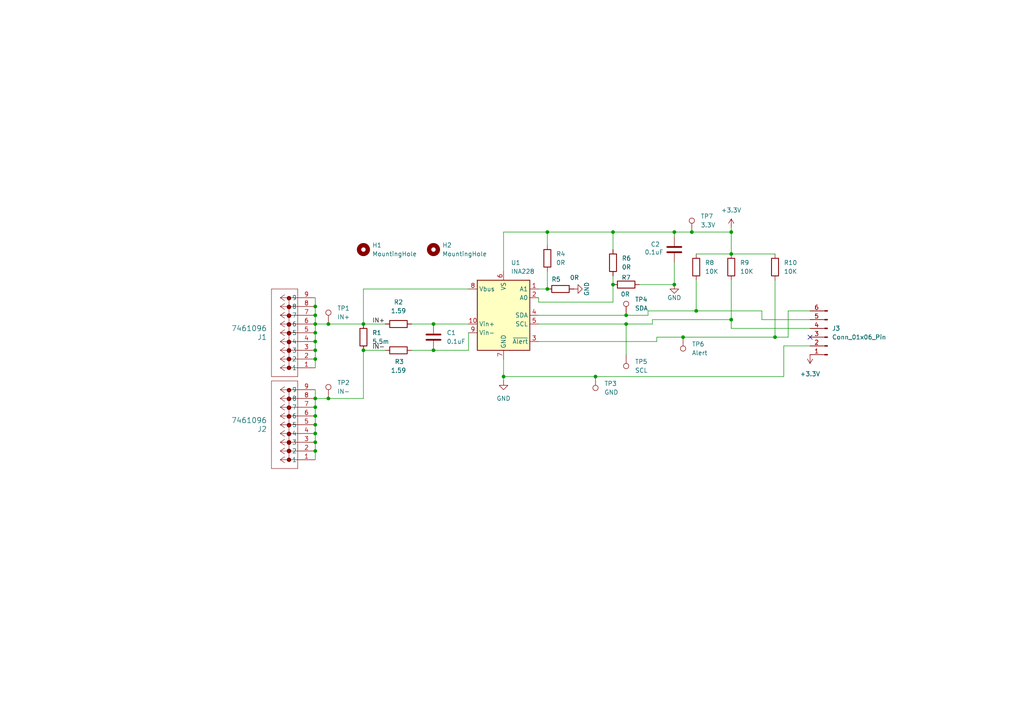
<source format=kicad_sch>
(kicad_sch (version 20250114) (generator "eeschema") (generator_version "9.0")
  (paper "A4")
  (lib_symbols
    (symbol "2025-11-29_17-31-23:7461096" (pin_names (offset 0.254))
      (property "Reference" "J" (at 8.89 6.35 0))
      (property "Value" "7461096" (at 0 0 0))
      (symbol "7461096_0_1"
        (polyline (pts (xy 5.08 2.54) (xy 5.08 -22.86)) (stroke (width 0.127)))
        (polyline (pts (xy 5.08 -22.86) (xy 12.7 -22.86)) (stroke (width 0.127)))
        (circle (center 7.62 0) (radius 0.127) (stroke (width 0.508)))
        (polyline (pts (xy 7.62 -0.127) (xy 7.62 -2.54)) (stroke (width 0.127)))
        (circle (center 7.62 -2.54) (radius 0.127) (stroke (width 0.508)))
        (circle (center 7.62 -2.54) (radius 0.127) (stroke (width 0.508)))
        (polyline (pts (xy 7.62 -2.667) (xy 7.62 -5.08)) (stroke (width 0.127)))
        (circle (center 7.62 -4.953) (radius 0.127) (stroke (width 0.508)))
        (polyline (pts (xy 7.62 -5.08) (xy 7.62 -7.493)) (stroke (width 0.127)))
        (circle (center 7.62 -5.08) (radius 0.127) (stroke (width 0.508)))
        (circle (center 7.62 -7.493) (radius 0.127) (stroke (width 0.508)))
        (circle (center 7.62 -7.493) (radius 0.127) (stroke (width 0.508)))
        (polyline (pts (xy 7.62 -7.62) (xy 7.62 -10.033)) (stroke (width 0.127)))
        (circle (center 7.62 -10.033) (radius 0.127) (stroke (width 0.508)))
        (circle (center 7.62 -10.033) (radius 0.127) (stroke (width 0.508)))
        (polyline (pts (xy 7.62 -10.16) (xy 7.62 -12.573)) (stroke (width 0.127)))
        (circle (center 7.62 -12.573) (radius 0.127) (stroke (width 0.508)))
        (circle (center 7.62 -12.573) (radius 0.127) (stroke (width 0.508)))
        (polyline (pts (xy 7.62 -12.7) (xy 7.62 -15.113)) (stroke (width 0.127)))
        (circle (center 7.62 -15.113) (radius 0.127) (stroke (width 0.508)))
        (circle (center 7.62 -15.113) (radius 0.127) (stroke (width 0.508)))
        (polyline (pts (xy 7.62 -15.24) (xy 7.62 -17.653)) (stroke (width 0.127)))
        (circle (center 7.62 -17.653) (radius 0.127) (stroke (width 0.508)))
        (circle (center 7.62 -17.653) (radius 0.127) (stroke (width 0.508)))
        (polyline (pts (xy 7.62 -17.78) (xy 7.62 -20.193)) (stroke (width 0.127)))
        (circle (center 7.62 -20.193) (radius 0.127) (stroke (width 0.508)))
        (polyline (pts (xy 10.16 0) (xy 5.08 0)) (stroke (width 0.127)))
        (polyline (pts (xy 10.16 0) (xy 8.89 0.8467)) (stroke (width 0.127)))
        (polyline (pts (xy 10.16 0) (xy 8.89 -0.8467)) (stroke (width 0.127)))
        (polyline (pts (xy 10.16 -2.54) (xy 5.08 -2.54)) (stroke (width 0.127)))
        (polyline (pts (xy 10.16 -2.54) (xy 8.89 -1.6933)) (stroke (width 0.127)))
        (polyline (pts (xy 10.16 -2.54) (xy 8.89 -3.3867)) (stroke (width 0.127)))
        (polyline (pts (xy 10.16 -5.08) (xy 5.08 -5.08)) (stroke (width 0.127)))
        (polyline (pts (xy 10.16 -5.08) (xy 8.89 -4.2333)) (stroke (width 0.127)))
        (polyline (pts (xy 10.16 -5.08) (xy 8.89 -5.9267)) (stroke (width 0.127)))
        (polyline (pts (xy 10.16 -7.62) (xy 5.08 -7.62)) (stroke (width 0.127)))
        (polyline (pts (xy 10.16 -7.62) (xy 8.89 -6.7733)) (stroke (width 0.127)))
        (polyline (pts (xy 10.16 -7.62) (xy 8.89 -8.4667)) (stroke (width 0.127)))
        (polyline (pts (xy 10.16 -10.16) (xy 5.08 -10.16)) (stroke (width 0.127)))
        (polyline (pts (xy 10.16 -10.16) (xy 8.89 -9.3133)) (stroke (width 0.127)))
        (polyline (pts (xy 10.16 -10.16) (xy 8.89 -11.0067)) (stroke (width 0.127)))
        (polyline (pts (xy 10.16 -12.7) (xy 5.08 -12.7)) (stroke (width 0.127)))
        (polyline (pts (xy 10.16 -12.7) (xy 8.89 -11.8533)) (stroke (width 0.127)))
        (polyline (pts (xy 10.16 -12.7) (xy 8.89 -13.5467)) (stroke (width 0.127)))
        (polyline (pts (xy 10.16 -15.24) (xy 5.08 -15.24)) (stroke (width 0.127)))
        (polyline (pts (xy 10.16 -15.24) (xy 8.89 -14.3933)) (stroke (width 0.127)))
        (polyline (pts (xy 10.16 -15.24) (xy 8.89 -16.0867)) (stroke (width 0.127)))
        (polyline (pts (xy 10.16 -17.78) (xy 5.08 -17.78)) (stroke (width 0.127)))
        (polyline (pts (xy 10.16 -17.78) (xy 8.89 -16.9333)) (stroke (width 0.127)))
        (polyline (pts (xy 10.16 -17.78) (xy 8.89 -18.6267)) (stroke (width 0.127)))
        (polyline (pts (xy 10.16 -20.32) (xy 5.08 -20.32)) (stroke (width 0.127)))
        (polyline (pts (xy 10.16 -20.32) (xy 8.89 -19.4733)) (stroke (width 0.127)))
        (polyline (pts (xy 10.16 -20.32) (xy 8.89 -21.1667)) (stroke (width 0.127)))
        (polyline (pts (xy 12.7 2.54) (xy 5.08 2.54)) (stroke (width 0.127)))
        (polyline (pts (xy 12.7 -22.86) (xy 12.7 2.54)) (stroke (width 0.127)))
        (pin unspecified line (at 0 0 0) (length 5.08) (name "1") (number "1"))
        (pin unspecified line (at 0 -2.54 0) (length 5.08) (name "2") (number "2"))
        (pin unspecified line (at 0 -5.08 0) (length 5.08) (name "3") (number "3"))
        (pin unspecified line (at 0 -7.62 0) (length 5.08) (name "4") (number "4"))
        (pin unspecified line (at 0 -10.16 0) (length 5.08) (name "5") (number "5"))
        (pin unspecified line (at 0 -12.7 0) (length 5.08) (name "6") (number "6"))
        (pin unspecified line (at 0 -15.24 0) (length 5.08) (name "7") (number "7"))
        (pin unspecified line (at 0 -17.78 0) (length 5.08) (name "8") (number "8"))
        (pin unspecified line (at 0 -20.32 0) (length 5.08) (name "9") (number "9"))
      )
    )
    (symbol "Connector:Conn_01x06_Pin" (pin_names (offset 1.016) (hide yes))
      (property "Reference" "J" (at 0 7.62 0))
      (property "Value" "Conn_01x06_Pin" (at 0 -10.16 0))
      (symbol "Conn_01x06_Pin_1_1"
        (rectangle (start 0.8636 5.207) (end 0 4.953) (stroke (width 0.1524)) (fill (type outline)))
        (rectangle (start 0.8636 2.667) (end 0 2.413) (stroke (width 0.1524)) (fill (type outline)))
        (rectangle (start 0.8636 0.127) (end 0 -0.127) (stroke (width 0.1524)) (fill (type outline)))
        (rectangle (start 0.8636 -2.413) (end 0 -2.667) (stroke (width 0.1524)) (fill (type outline)))
        (rectangle (start 0.8636 -4.953) (end 0 -5.207) (stroke (width 0.1524)) (fill (type outline)))
        (rectangle (start 0.8636 -7.493) (end 0 -7.747) (stroke (width 0.1524)) (fill (type outline)))
        (polyline (pts (xy 1.27 5.08) (xy 0.8636 5.08)) (stroke (width 0.1524)))
        (polyline (pts (xy 1.27 2.54) (xy 0.8636 2.54)) (stroke (width 0.1524)))
        (polyline (pts (xy 1.27 0) (xy 0.8636 0)) (stroke (width 0.1524)))
        (polyline (pts (xy 1.27 -2.54) (xy 0.8636 -2.54)) (stroke (width 0.1524)))
        (polyline (pts (xy 1.27 -5.08) (xy 0.8636 -5.08)) (stroke (width 0.1524)))
        (polyline (pts (xy 1.27 -7.62) (xy 0.8636 -7.62)) (stroke (width 0.1524)))
        (pin passive line (at 5.08 5.08 180) (length 3.81) (name "Pin_1") (number "1"))
        (pin passive line (at 5.08 2.54 180) (length 3.81) (name "Pin_2") (number "2"))
        (pin passive line (at 5.08 0 180) (length 3.81) (name "Pin_3") (number "3"))
        (pin passive line (at 5.08 -2.54 180) (length 3.81) (name "Pin_4") (number "4"))
        (pin passive line (at 5.08 -5.08 180) (length 3.81) (name "Pin_5") (number "5"))
        (pin passive line (at 5.08 -7.62 180) (length 3.81) (name "Pin_6") (number "6"))
      )
    )
    (symbol "Connector:TestPoint" (pin_numbers (hide yes)) (pin_names (offset 0.762) (hide yes))
      (property "Reference" "TP" (at 0 6.858 0))
      (property "Value" "TestPoint" (at 0 5.08 0))
      (symbol "TestPoint_0_1"
        (circle (center 0 3.302) (radius 0.762))
      )
      (symbol "TestPoint_1_1"
        (pin passive line (at 0 0 90) (length 2.54) (name "1") (number "1"))
      )
    )
    (symbol "Device:C" (pin_numbers (hide yes)) (pin_names (offset 0.254))
      (property "Reference" "C" (at 0.635 2.54 0))
      (property "Value" "C" (at 0.635 -2.54 0))
      (symbol "C_0_1"
        (polyline (pts (xy -2.032 0.762) (xy 2.032 0.762)) (stroke (width 0.508)))
        (polyline (pts (xy -2.032 -0.762) (xy 2.032 -0.762)) (stroke (width 0.508)))
      )
      (symbol "C_1_1"
        (pin passive line (at 0 3.81 270) (length 2.794) (name "~") (number "1"))
        (pin passive line (at 0 -3.81 90) (length 2.794) (name "~") (number "2"))
      )
    )
    (symbol "Device:R" (pin_numbers (hide yes)) (pin_names (offset 0))
      (property "Reference" "R" (at 2.032 0 90))
      (property "Value" "R" (at 0 0 90))
      (symbol "R_0_1"
        (rectangle (start -1.016 -2.54) (end 1.016 2.54) (stroke (width 0.254)))
      )
      (symbol "R_1_1"
        (pin passive line (at 0 3.81 270) (length 1.27) (name "~") (number "1"))
        (pin passive line (at 0 -3.81 90) (length 1.27) (name "~") (number "2"))
      )
    )
    (symbol "Mechanical:MountingHole" (pin_names (offset 1.016)) (in_bom no)
      (property "Reference" "H" (at 0 5.08 0))
      (property "Value" "MountingHole" (at 0 3.175 0))
      (symbol "MountingHole_0_1"
        (circle (center 0 0) (radius 1.27) (stroke (width 1.27)))
      )
    )
    (symbol "Sensor_Energy:INA228"
      (property "Reference" "U" (at -6.35 11.43 0))
      (property "Value" "INA228" (at 3.81 11.43 0))
      (symbol "INA228_0_1"
        (rectangle (start 7.62 10.16) (end -7.62 -10.16) (stroke (width 0.254)) (fill (type background)))
      )
      (symbol "INA228_1_1"
        (pin input line (at -10.16 7.62 0) (length 2.54) (name "Vbus") (number "8"))
        (pin input line (at -10.16 -2.54 0) (length 2.54) (name "Vin+") (number "10"))
        (pin input line (at -10.16 -5.08 0) (length 2.54) (name "Vin-") (number "9"))
        (pin power_in line (at 0 12.7 270) (length 2.54) (name "VS") (number "6"))
        (pin power_in line (at 0 -12.7 90) (length 2.54) (name "GND") (number "7"))
        (pin input line (at 10.16 7.62 180) (length 2.54) (name "A1") (number "1"))
        (pin input line (at 10.16 5.08 180) (length 2.54) (name "A0") (number "2"))
        (pin bidirectional line (at 10.16 0 180) (length 2.54) (name "SDA") (number "4"))
        (pin input line (at 10.16 -2.54 180) (length 2.54) (name "SCL") (number "5"))
        (pin open_collector line (at 10.16 -7.62 180) (length 2.54) (name "~{Alert}") (number "3"))
      )
    )
    (symbol "power:+3.3V" (power) (pin_numbers (hide yes)) (pin_names (offset 0) (hide yes))
      (property "Value" "+3.3V" (at 0 3.556 0))
      (symbol "+3.3V_0_1"
        (polyline (pts (xy -0.762 1.27) (xy 0 2.54)))
        (polyline (pts (xy 0 2.54) (xy 0.762 1.27)))
        (polyline (pts (xy 0 0) (xy 0 2.54)))
      )
      (symbol "+3.3V_1_1"
        (pin power_in line (at 0 0 90) (length 0) (name "~") (number "1"))
      )
    )
    (symbol "power:GND" (power) (pin_numbers (hide yes)) (pin_names (offset 0) (hide yes))
      (property "Value" "GND" (at 0 -3.81 0))
      (symbol "GND_0_1"
        (polyline (pts (xy 0 0) (xy 0 -1.27) (xy 1.27 -1.27) (xy 0 -2.54) (xy -1.27 -1.27) (xy 0 -1.27)))
      )
      (symbol "GND_1_1"
        (pin power_in line (at 0 0 270) (length 0) (name "~") (number "1"))
      )
    )
  )
  (junction (at 125.73 93.98))
  (junction (at 91.44 118.11))
  (junction (at 212.09 92.71))
  (junction (at 91.44 99.06))
  (junction (at 91.44 120.65))
  (junction (at 200.66 67.31))
  (junction (at 91.44 125.73))
  (junction (at 198.12 97.79))
  (junction (at 177.8 67.31))
  (junction (at 224.79 97.79))
  (junction (at 177.8 82.55))
  (junction (at 105.41 101.6))
  (junction (at 172.72 109.22))
  (junction (at 195.58 82.55))
  (junction (at 91.44 88.9))
  (junction (at 146.05 109.22))
  (junction (at 158.75 67.31))
  (junction (at 105.41 93.98))
  (junction (at 91.44 93.98))
  (junction (at 91.44 101.6))
  (junction (at 195.58 67.31))
  (junction (at 91.44 91.44))
  (junction (at 201.93 90.17))
  (junction (at 91.44 104.14))
  (junction (at 158.75 83.82))
  (junction (at 95.25 93.98))
  (junction (at 91.44 128.27))
  (junction (at 212.09 67.31))
  (junction (at 91.44 115.57))
  (junction (at 91.44 130.81))
  (junction (at 91.44 96.52))
  (junction (at 95.25 115.57))
  (junction (at 181.61 93.98))
  (junction (at 212.09 73.66))
  (junction (at 125.73 101.6))
  (junction (at 181.61 91.44))
  (junction (at 91.44 123.19))
  (no_connect (at 234.95 97.79))
  (wire (pts (xy 91.44 101.6) (xy 91.44 99.06)))
  (wire (pts (xy 177.8 82.55) (xy 177.8 80.01)))
  (wire (pts (xy 119.38 101.6) (xy 125.73 101.6)))
  (wire (pts (xy 195.58 67.31) (xy 200.66 67.31)))
  (wire (pts (xy 212.09 73.66) (xy 224.79 73.66)))
  (wire (pts (xy 105.41 83.82) (xy 135.89 83.82)))
  (wire (pts (xy 95.25 115.57) (xy 105.41 115.57)))
  (wire (pts (xy 198.12 97.79) (xy 224.79 97.79)))
  (wire (pts (xy 227.33 109.22) (xy 227.33 100.33)))
  (wire (pts (xy 91.44 128.27) (xy 91.44 125.73)))
  (wire (pts (xy 224.79 97.79) (xy 224.79 81.28)))
  (wire (pts (xy 91.44 91.44) (xy 91.44 88.9)))
  (wire (pts (xy 227.33 100.33) (xy 234.95 100.33)))
  (wire (pts (xy 91.44 93.98) (xy 91.44 91.44)))
  (wire (pts (xy 212.09 73.66) (xy 201.93 73.66)))
  (wire (pts (xy 91.44 125.73) (xy 91.44 123.19)))
  (wire (pts (xy 187.96 90.17) (xy 201.93 90.17)))
  (wire (pts (xy 212.09 67.31) (xy 212.09 73.66)))
  (wire (pts (xy 146.05 109.22) (xy 172.72 109.22)))
  (wire (pts (xy 105.41 83.82) (xy 105.41 93.98)))
  (wire (pts (xy 224.79 97.79) (xy 228.6 97.79)))
  (wire (pts (xy 91.44 123.19) (xy 91.44 120.65)))
  (wire (pts (xy 135.89 101.6) (xy 135.89 96.52)))
  (wire (pts (xy 212.09 95.25) (xy 234.95 95.25)))
  (wire (pts (xy 91.44 99.06) (xy 91.44 96.52)))
  (wire (pts (xy 91.44 106.68) (xy 91.44 104.14)))
  (wire (pts (xy 156.21 87.63) (xy 156.21 86.36)))
  (wire (pts (xy 158.75 67.31) (xy 158.75 71.12)))
  (wire (pts (xy 146.05 109.22) (xy 146.05 104.14)))
  (wire (pts (xy 156.21 93.98) (xy 181.61 93.98)))
  (wire (pts (xy 181.61 93.98) (xy 189.23 93.98)))
  (wire (pts (xy 91.44 93.98) (xy 91.44 96.52)))
  (wire (pts (xy 172.72 109.22) (xy 227.33 109.22)))
  (wire (pts (xy 91.44 104.14) (xy 91.44 101.6)))
  (wire (pts (xy 228.6 97.79) (xy 228.6 90.17)))
  (wire (pts (xy 91.44 120.65) (xy 91.44 118.11)))
  (wire (pts (xy 91.44 118.11) (xy 91.44 115.57)))
  (wire (pts (xy 105.41 101.6) (xy 111.76 101.6)))
  (wire (pts (xy 146.05 110.49) (xy 146.05 109.22)))
  (wire (pts (xy 105.41 93.98) (xy 111.76 93.98)))
  (wire (pts (xy 146.05 67.31) (xy 158.75 67.31)))
  (wire (pts (xy 105.41 115.57) (xy 105.41 101.6)))
  (wire (pts (xy 185.42 82.55) (xy 195.58 82.55)))
  (wire (pts (xy 177.8 87.63) (xy 177.8 82.55)))
  (wire (pts (xy 156.21 87.63) (xy 177.8 87.63)))
  (wire (pts (xy 91.44 93.98) (xy 95.25 93.98)))
  (wire (pts (xy 125.73 93.98) (xy 135.89 93.98)))
  (wire (pts (xy 190.5 97.79) (xy 190.5 99.06)))
  (wire (pts (xy 119.38 93.98) (xy 125.73 93.98)))
  (wire (pts (xy 201.93 81.28) (xy 201.93 90.17)))
  (wire (pts (xy 228.6 90.17) (xy 234.95 90.17)))
  (wire (pts (xy 91.44 88.9) (xy 91.44 86.36)))
  (wire (pts (xy 195.58 67.31) (xy 195.58 68.58)))
  (wire (pts (xy 91.44 133.35) (xy 91.44 130.81)))
  (wire (pts (xy 189.23 92.71) (xy 189.23 93.98)))
  (wire (pts (xy 91.44 115.57) (xy 91.44 113.03)))
  (wire (pts (xy 125.73 101.6) (xy 135.89 101.6)))
  (wire (pts (xy 220.98 92.71) (xy 234.95 92.71)))
  (wire (pts (xy 91.44 115.57) (xy 95.25 115.57)))
  (wire (pts (xy 146.05 67.31) (xy 146.05 78.74)))
  (wire (pts (xy 158.75 67.31) (xy 177.8 67.31)))
  (wire (pts (xy 190.5 99.06) (xy 156.21 99.06)))
  (wire (pts (xy 200.66 67.31) (xy 212.09 67.31)))
  (wire (pts (xy 181.61 93.98) (xy 181.61 102.87)))
  (wire (pts (xy 195.58 76.2) (xy 195.58 82.55)))
  (wire (pts (xy 190.5 97.79) (xy 198.12 97.79)))
  (wire (pts (xy 212.09 66.04) (xy 212.09 67.31)))
  (wire (pts (xy 177.8 67.31) (xy 195.58 67.31)))
  (wire (pts (xy 158.75 78.74) (xy 158.75 83.82)))
  (wire (pts (xy 156.21 91.44) (xy 181.61 91.44)))
  (wire (pts (xy 95.25 93.98) (xy 105.41 93.98)))
  (wire (pts (xy 201.93 90.17) (xy 220.98 90.17)))
  (wire (pts (xy 212.09 81.28) (xy 212.09 92.71)))
  (wire (pts (xy 91.44 130.81) (xy 91.44 128.27)))
  (wire (pts (xy 189.23 92.71) (xy 212.09 92.71)))
  (wire (pts (xy 212.09 92.71) (xy 212.09 95.25)))
  (wire (pts (xy 181.61 91.44) (xy 187.96 91.44)))
  (wire (pts (xy 177.8 67.31) (xy 177.8 72.39)))
  (wire (pts (xy 220.98 90.17) (xy 220.98 92.71)))
  (wire (pts (xy 187.96 90.17) (xy 187.96 91.44)))
  (wire (pts (xy 158.75 83.82) (xy 156.21 83.82)))
  (label "IN-" (at 107.95 101.6 0))
  (label "IN+" (at 107.95 93.98 0))
  (symbol (lib_id "2025-11-29_17-31-23:7461096") (at 91.44 133.35 180) (unit 1)
    (property "Reference" "J2" (at 77.47 124.4601 0) (effects (font (size 1.524 1.524)) (justify left)))
    (property "Value" "7461096" (at 77.47 121.9201 0) (effects (font (size 1.524 1.524)) (justify left)))
    (property "Footprint" "CONN9_1096_WRE" (effects (hide yes)))
    (property "Datasheet" "https://www.we-online.com/catalog/datasheet/7461096.pdf" (effects (hide yes)))
  )
  (symbol (lib_id "Connector:TestPoint") (at 95.25 115.57 0) (unit 1)
    (property "Reference" "TP2" (at 97.79 110.9979 0) (effects (justify left)))
    (property "Value" "IN-" (at 97.79 113.5379 0) (effects (justify left)))
    (property "Footprint" "TestPoint:TestPoint_Keystone_5000-5004_Miniature" (effects (hide yes)))
    (property "Description" "test point" (effects (hide yes)))
  )
  (symbol (lib_id "power:GND") (at 166.37 83.82 90) (unit 1)
    (property "Reference" "#PWR02" (effects (hide yes)))
    (property "Value" "GND" (at 170.18 83.82 0))
    (property "Description" "Power symbol creates a global label with name \"GND\" , ground" (effects (hide yes)))
  )
  (symbol (lib_id "power:+3.3V") (at 234.95 102.87 180) (unit 1)
    (property "Reference" "#PWR05" (effects (hide yes)))
    (property "Value" "+3.3V" (at 234.95 108.458 0))
    (property "Description" "Power symbol creates a global label with name \"+3.3V\"" (effects (hide yes)))
  )
  (symbol (lib_id "Device:R") (at 224.79 77.47 180) (unit 1)
    (property "Reference" "R10" (at 227.33 76.1999 0) (effects (justify right)))
    (property "Value" "10K" (at 227.33 78.7399 0) (effects (justify right)))
    (property "Footprint" "Resistor_SMD:R_0402_1005Metric" (effects (hide yes)))
    (property "Description" "Resistor" (effects (hide yes)))
  )
  (symbol (lib_id "Mechanical:MountingHole") (at 125.73 72.39 0) (unit 1) (in_bom no)
    (property "Reference" "H2" (at 128.27 71.1199 0) (effects (justify left)))
    (property "Value" "MountingHole" (at 128.27 73.6599 0) (effects (justify left)))
    (property "Footprint" "MountingHole:MountingHole_4.3mm_M4_DIN965" (effects (hide yes)))
    (property "Description" "Mounting Hole without connection" (effects (hide yes)))
  )
  (symbol (lib_id "Device:C") (at 125.73 97.79 0) (unit 1)
    (property "Reference" "C1" (at 129.54 96.5199 0) (effects (justify left)))
    (property "Value" "0.1uF" (at 129.54 99.0599 0) (effects (justify left)))
    (property "Footprint" "Capacitor_SMD:C_0402_1005Metric" (effects (hide yes)))
    (property "Datasheet" "https://www.digikey.ca/en/products/detail/kemet/C0402C104K9RACAUTO/9694229" (effects (hide yes)))
    (property "Description" "Filtering capacitor" (effects (hide yes)))
  )
  (symbol (lib_id "Device:C") (at 195.58 72.39 0) (unit 1)
    (property "Reference" "C2" (at 188.722 70.866 0) (effects (justify left)))
    (property "Value" "0.1uF" (at 186.944 73.152 0) (effects (justify left)))
    (property "Footprint" "Capacitor_SMD:C_0402_1005Metric" (effects (hide yes)))
    (property "Datasheet" "https://www.digikey.ca/en/products/detail/kemet/C0402C104K9RACAUTO/9694229" (effects (hide yes)))
    (property "Description" "Bypass capacitor" (effects (hide yes)))
  )
  (symbol (lib_id "Sensor_Energy:INA228") (at 146.05 91.44 0) (unit 1)
    (property "Reference" "U1" (at 148.1933 76.2 0) (effects (justify left)))
    (property "Value" "INA228" (at 148.1933 78.74 0) (effects (justify left)))
    (property "Footprint" "Package_SO:VSSOP-10_3x3mm_P0.5mm" (effects (hide yes)))
    (property "Datasheet" "https://www.ti.com/lit/ds/symlink/ina228.pdf" (effects (hide yes)))
    (property "Description" "High-Side or Low-Side Measurement, Bi-Directional Current and Power Monitor (0-85V) with I2C, SMBus-, and PMBus-Compatible Interface, VSSOP-10" (effects (hide yes)))
  )
  (symbol (lib_id "Device:R") (at 158.75 74.93 0) (unit 1)
    (property "Reference" "R4" (at 161.29 73.6599 0) (effects (justify left)))
    (property "Value" "0R" (at 161.29 76.1999 0) (effects (justify left)))
    (property "Footprint" "Resistor_SMD:R_0402_1005Metric" (effects (hide yes)))
    (property "Description" "Resistor" (effects (hide yes)))
  )
  (symbol (lib_id "Connector:Conn_01x06_Pin") (at 240.03 97.79 180) (unit 1)
    (property "Reference" "J3" (at 241.3 95.2499 0) (effects (justify right)))
    (property "Value" "Conn_01x06_Pin" (at 241.3 97.7899 0) (effects (justify right)))
    (property "Footprint" "footprints:CONN_2125280000_06_MOL" (effects (hide yes)))
    (property "Datasheet" "https://www.digikey.ca/en/products/detail/molex/2125280600/12758134" (effects (hide yes)))
    (property "Description" "Generic connector, single row, 01x06, script generated" (effects (hide yes)))
  )
  (symbol (lib_id "Device:R") (at 115.57 93.98 90) (unit 1)
    (property "Reference" "R2" (at 115.57 87.63 90))
    (property "Value" "1.59" (at 115.57 90.17 90))
    (property "Footprint" "Resistor_SMD:R_0402_1005Metric" (effects (hide yes)))
    (property "Datasheet" "https://www.digikey.ca/en/products/detail/vishay-dale/CRCW04021R58FKED/1961443" (effects (hide yes)))
    (property "Description" "Filtering Resistor" (effects (hide yes)))
  )
  (symbol (lib_id "Device:R") (at 201.93 77.47 180) (unit 1)
    (property "Reference" "R8" (at 204.47 76.1999 0) (effects (justify right)))
    (property "Value" "10K" (at 204.47 78.7399 0) (effects (justify right)))
    (property "Footprint" "Resistor_SMD:R_0402_1005Metric" (effects (hide yes)))
    (property "Description" "Resistor" (effects (hide yes)))
  )
  (symbol (lib_id "Connector:TestPoint") (at 181.61 102.87 180) (unit 1)
    (property "Reference" "TP5" (at 184.15 104.9019 0) (effects (justify right)))
    (property "Value" "SCL" (at 184.15 107.4419 0) (effects (justify right)))
    (property "Footprint" "TestPoint:TestPoint_Keystone_5000-5004_Miniature" (effects (hide yes)))
    (property "Description" "test point" (effects (hide yes)))
  )
  (symbol (lib_id "Connector:TestPoint") (at 200.66 67.31 0) (unit 1)
    (property "Reference" "TP7" (at 203.2 62.7379 0) (effects (justify left)))
    (property "Value" "3.3V" (at 203.2 65.2779 0) (effects (justify left)))
    (property "Footprint" "TestPoint:TestPoint_Keystone_5000-5004_Miniature" (effects (hide yes)))
    (property "Description" "test point" (effects (hide yes)))
  )
  (symbol (lib_id "Device:R") (at 177.8 76.2 0) (unit 1)
    (property "Reference" "R6" (at 180.34 74.9299 0) (effects (justify left)))
    (property "Value" "0R" (at 180.34 77.4699 0) (effects (justify left)))
    (property "Footprint" "Resistor_SMD:R_0402_1005Metric" (effects (hide yes)))
    (property "Description" "Resistor" (effects (hide yes)))
  )
  (symbol (lib_id "Connector:TestPoint") (at 172.72 109.22 180) (unit 1)
    (property "Reference" "TP3" (at 175.26 111.2519 0) (effects (justify right)))
    (property "Value" "GND" (at 175.26 113.7919 0) (effects (justify right)))
    (property "Footprint" "TestPoint:TestPoint_Keystone_5000-5004_Miniature" (effects (hide yes)))
    (property "Description" "test point" (effects (hide yes)))
  )
  (symbol (lib_id "Connector:TestPoint") (at 198.12 97.79 180) (unit 1)
    (property "Reference" "TP6" (at 200.66 99.8219 0) (effects (justify right)))
    (property "Value" "Alert" (at 200.66 102.3619 0) (effects (justify right)))
    (property "Footprint" "TestPoint:TestPoint_Keystone_5000-5004_Miniature" (effects (hide yes)))
    (property "Description" "test point" (effects (hide yes)))
  )
  (symbol (lib_id "Device:R") (at 181.61 82.55 90) (unit 1)
    (property "Reference" "R7" (at 181.61 80.518 90))
    (property "Value" "0R" (at 181.356 85.344 90))
    (property "Footprint" "Resistor_SMD:R_0402_1005Metric" (effects (hide yes)))
    (property "Description" "Resistor" (effects (hide yes)))
  )
  (symbol (lib_id "Connector:TestPoint") (at 181.61 91.44 0) (unit 1)
    (property "Reference" "TP4" (at 184.15 86.8679 0) (effects (justify left)))
    (property "Value" "SDA" (at 184.15 89.4079 0) (effects (justify left)))
    (property "Footprint" "TestPoint:TestPoint_Keystone_5000-5004_Miniature" (effects (hide yes)))
    (property "Description" "test point" (effects (hide yes)))
  )
  (symbol (lib_id "power:GND") (at 195.58 82.55 0) (unit 1)
    (property "Reference" "#PWR03" (effects (hide yes)))
    (property "Value" "GND" (at 195.58 86.36 0))
    (property "Description" "Power symbol creates a global label with name \"GND\" , ground" (effects (hide yes)))
  )
  (symbol (lib_id "power:+3.3V") (at 212.09 66.04 0) (unit 1)
    (property "Reference" "#PWR04" (effects (hide yes)))
    (property "Value" "+3.3V" (at 212.09 60.96 0))
    (property "Description" "Power symbol creates a global label with name \"+3.3V\"" (effects (hide yes)))
  )
  (symbol (lib_id "Device:R") (at 212.09 77.47 180) (unit 1)
    (property "Reference" "R9" (at 214.63 76.1999 0) (effects (justify right)))
    (property "Value" "10K" (at 214.63 78.7399 0) (effects (justify right)))
    (property "Footprint" "Resistor_SMD:R_0402_1005Metric" (effects (hide yes)))
    (property "Description" "Resistor" (effects (hide yes)))
  )
  (symbol (lib_id "2025-11-29_17-31-23:7461096") (at 91.44 106.68 180) (unit 1)
    (property "Reference" "J1" (at 77.47 97.7901 0) (effects (font (size 1.524 1.524)) (justify left)))
    (property "Value" "7461096" (at 77.47 95.2501 0) (effects (font (size 1.524 1.524)) (justify left)))
    (property "Footprint" "CONN9_1096_WRE" (effects (hide yes)))
    (property "Datasheet" "https://www.we-online.com/catalog/datasheet/7461096.pdf" (effects (hide yes)))
  )
  (symbol (lib_id "Device:R") (at 115.57 101.6 90) (unit 1)
    (property "Reference" "R3" (at 115.824 104.902 90))
    (property "Value" "1.59" (at 115.57 107.442 90))
    (property "Footprint" "Resistor_SMD:R_0402_1005Metric" (effects (hide yes)))
    (property "Datasheet" "https://www.digikey.ca/en/products/detail/vishay-dale/CRCW04021R58FKED/1961443" (effects (hide yes)))
    (property "Description" "Filtering resisitor" (effects (hide yes)))
  )
  (symbol (lib_id "power:GND") (at 146.05 110.49 0) (unit 1)
    (property "Reference" "#PWR01" (effects (hide yes)))
    (property "Value" "GND" (at 146.05 115.57 0))
    (property "Description" "Power symbol creates a global label with name \"GND\" , ground" (effects (hide yes)))
  )
  (symbol (lib_id "Connector:TestPoint") (at 95.25 93.98 0) (unit 1)
    (property "Reference" "TP1" (at 97.79 89.4079 0) (effects (justify left)))
    (property "Value" "IN+" (at 97.79 91.9479 0) (effects (justify left)))
    (property "Footprint" "TestPoint:TestPoint_Keystone_5000-5004_Miniature" (effects (hide yes)))
    (property "Description" "test point" (effects (hide yes)))
  )
  (symbol (lib_id "Device:R") (at 162.56 83.82 90) (unit 1)
    (property "Reference" "R5" (at 161.29 81.026 90))
    (property "Value" "0R" (at 166.624 80.518 90))
    (property "Footprint" "Resistor_SMD:R_0402_1005Metric" (effects (hide yes)))
    (property "Description" "Resistor" (effects (hide yes)))
  )
  (symbol (lib_id "Device:R") (at 105.41 97.79 0) (unit 1)
    (property "Reference" "R1" (at 107.95 96.5199 0) (effects (justify left)))
    (property "Value" "5.5m" (at 107.95 99.0599 0) (effects (justify left)))
    (property "Footprint" "Resistor_SMD:R_1206_3216Metric" (effects (hide yes)))
    (property "Datasheet" "https://www.digikey.ca/en/products/detail/vishay-dale/WSLP12065L000FEA/1883291" (effects (hide yes)))
    (property "Description" "Shunt_resistor" (effects (hide yes)))
  )
  (symbol (lib_id "Mechanical:MountingHole") (at 105.41 72.39 0) (unit 1) (in_bom no)
    (property "Reference" "H1" (at 107.95 71.1199 0) (effects (justify left)))
    (property "Value" "MountingHole" (at 107.95 73.6599 0) (effects (justify left)))
    (property "Footprint" "MountingHole:MountingHole_4.3mm_M4_DIN965" (effects (hide yes)))
    (property "Description" "Mounting Hole without connection" (effects (hide yes)))
  )
)
</source>
